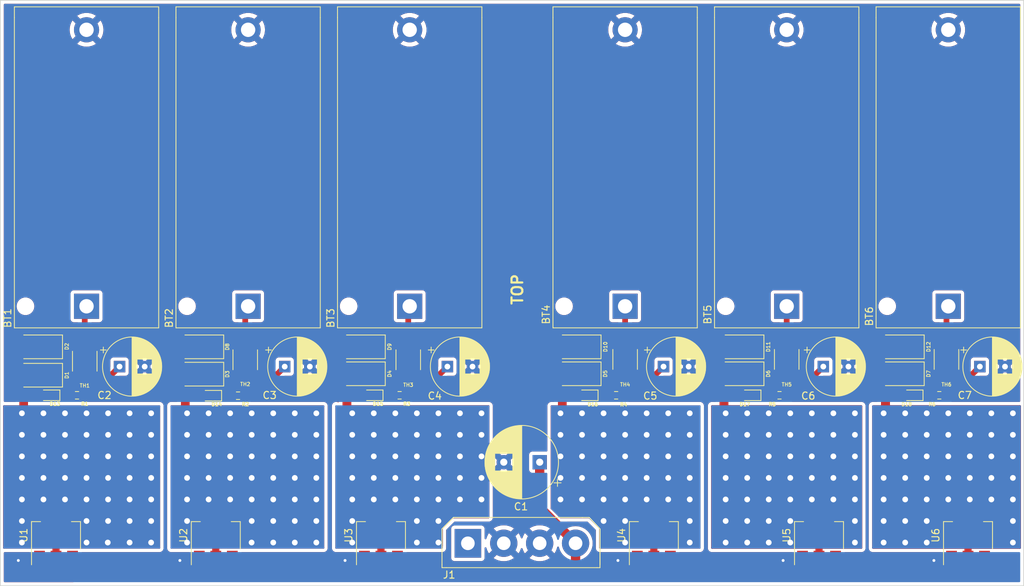
<source format=kicad_pcb>
(kicad_pcb (version 20211014) (generator pcbnew)
  (layers (0 "F.Cu" signal) (31 "B.Cu" signal) (34 "B.Paste" user) (35 "F.Paste" user) (36 "B.SilkS" user "B.Silkscreen") (37 "F.SilkS" user "F.Silkscreen") (38 "B.Mask" user) (39 "F.Mask" user) (44 "Edge.Cuts" user))
  (net 0 "")
  (net 1 "Net-(C2-Pad1)")
  (net 2 "GND")
  (net 3 "Net-(C3-Pad1)")
  (net 4 "Net-(C4-Pad1)")
  (net 5 "Net-(C5-Pad1)")
  (net 6 "Net-(C6-Pad1)")
  (net 7 "Net-(C7-Pad1)")
  (net 8 "5v 1A")
  (net 9 "Net-(BT1-PadP)")
  (net 10 "5v 2B")
  (net 11 "5v 3C")
  (net 12 "5v 4D")
  (net 13 "5v 5E")
  (net 14 "+12V")
  (net 16 "Net-(BT2-PadP)")
  (net 17 "Net-(BT3-PadP)")
  (net 18 "Net-(BT4-PadP)")
  (net 19 "Net-(BT5-PadP)")
  (net 20 "Net-(BT6-PadP)")
  (net 21 "5v 6F")
  (net 22 "Net-(D13-Pad1)")
  (net 23 "Net-(D14-Pad1)")
  (net 24 "Net-(D15-Pad1)")
  (net 25 "Net-(D16-Pad1)")
  (net 26 "Net-(D17-Pad1)")
  (net 27 "Net-(D18-Pad1)")
  (footprint "Capacitor_THT:CP_Radial_D8.0mm_P3.50mm" (layer "F.Cu") (at 214.4 108.5)
    (fp_text reference "C7")
    (fp_text value "470uF 16v")
  )
  (footprint "Package_TO_SOT_SMD:SOT-223-3_TabPin2" (layer "F.Cu") (at 85.75 132 90)
    (fp_text reference "U1")
    (fp_text value "AZ1117-5.0")
  )
  (footprint "Capacitor_THT:CP_Radial_D8.0mm_P3.50mm" (layer "F.Cu") (at 140.25 108.5)
    (fp_text reference "C4")
    (fp_text value "470uF 16v")
  )
  (footprint "Capacitor_THT:CP_Radial_D8.0mm_P3.50mm" (layer "F.Cu") (at 94.597349 108.5)
    (fp_text reference "C2")
    (fp_text value "470uF 16v")
  )
  (footprint "Resistor_SMD:R_1812_4532Metric" (layer "F.Cu") (at 89.75 107.75 90)
    (fp_text reference "TH1")
    (fp_text value "Thermistor_100mA")
  )
  (footprint "Package_TO_SOT_SMD:SOT-223-3_TabPin2" (layer "F.Cu") (at 192 132 90)
    (fp_text reference "U5")
    (fp_text value "AZ1117-5.0")
  )
  (footprint "LED_SMD:LED_0603_1608Metric" (layer "F.Cu") (at 129.8 112.5 180)
    (fp_text reference "D15")
    (fp_text value "LED")
  )
  (footprint "Resistor_SMD:R_1812_4532Metric" (layer "F.Cu") (at 134.8 107.55 90)
    (fp_text reference "TH3")
    (fp_text value "Thermistor_100mA")
  )
  (footprint "Diode_SMD:D_SMA" (layer "F.Cu") (at 83.25 109.7 180)
    (fp_text reference "D1")
    (fp_text value "US1D")
  )
  (footprint "Resistor_SMD:R_0603_1608Metric" (layer "F.Cu") (at 186.5 112.5 180)
    (fp_text reference "R5")
    (fp_text value "R")
  )
  (footprint "bateria:BatteryHolder_cr123a" (layer "F.Cu") (at 187.5 100.1 90)
    (fp_text reference "BT5")
    (fp_text value "BH123A")
  )
  (footprint "bateria:BatteryHolder_cr123a" (layer "F.Cu") (at 112.5 100.1 90)
    (fp_text reference "BT2")
    (fp_text value "BH123A")
  )
  (footprint "Package_TO_SOT_SMD:SOT-223-3_TabPin2" (layer "F.Cu") (at 169 132 90)
    (fp_text reference "U4")
    (fp_text value "AZ1117-5.0")
  )
  (footprint "Resistor_SMD:R_1812_4532Metric" (layer "F.Cu") (at 187.5 107.5 90)
    (fp_text reference "TH5")
    (fp_text value "Thermistor_100mA")
  )
  (footprint "Resistor_SMD:R_0603_1608Metric" (layer "F.Cu") (at 133.6 112.5 180)
    (fp_text reference "R3")
    (fp_text value "R")
  )
  (footprint "Diode_SMD:D_SMA" (layer "F.Cu") (at 158.25 109.5 180)
    (fp_text reference "D5")
    (fp_text value "US1D")
  )
  (footprint "Diode_SMD:D_SMA" (layer "F.Cu") (at 128.2 109.5 180)
    (fp_text reference "D4")
    (fp_text value "US1D")
  )
  (footprint "Capacitor_THT:CP_Radial_D10.0mm_P5.00mm" (layer "F.Cu") (at 153.103031 121.81 180)
    (fp_text reference "C1")
    (fp_text value "470uF 25v")
  )
  (footprint "bateria:BatteryHolder_cr123a" (layer "F.Cu") (at 210 100.1 90)
    (fp_text reference "BT6")
    (fp_text value "BH123A")
  )
  (footprint "Diode_SMD:D_SMA" (layer "F.Cu") (at 180.925 105.75 180)
    (fp_text reference "D11")
    (fp_text value "US1D")
  )
  (footprint "Diode_SMD:D_SMA" (layer "F.Cu") (at 105.7 105.75 180)
    (fp_text reference "D8")
    (fp_text value "US1D")
  )
  (footprint "Resistor_SMD:R_0603_1608Metric" (layer "F.Cu") (at 88.675 112.5 180)
    (fp_text reference "R1")
    (fp_text value "R")
  )
  (footprint "Diode_SMD:D_SMA" (layer "F.Cu") (at 203.25 105.75 180)
    (fp_text reference "D12")
    (fp_text value "US1D")
  )
  (footprint "Diode_SMD:D_SMA" (layer "F.Cu") (at 180.925 109.5 180)
    (fp_text reference "D6")
    (fp_text value "US1D")
  )
  (footprint "Diode_SMD:D_SMA" (layer "F.Cu") (at 83.25 105.75 180)
    (fp_text reference "D2")
    (fp_text value "US1D")
  )
  (footprint "Diode_SMD:D_SMA" (layer "F.Cu") (at 128.2 105.75 180)
    (fp_text reference "D9")
    (fp_text value "US1D")
  )
  (footprint "Resistor_SMD:R_1812_4532Metric" (layer "F.Cu") (at 209.75 107.5 90)
    (fp_text reference "TH6")
    (fp_text value "Thermistor_100mA")
  )
  (footprint "Capacitor_THT:CP_Radial_D8.0mm_P3.50mm" (layer "F.Cu") (at 192.597349 108.5)
    (fp_text reference "C6")
    (fp_text value "470uF 16v")
  )
  (footprint "LED_SMD:LED_0603_1608Metric" (layer "F.Cu") (at 182.425 112.5 180)
    (fp_text reference "D17")
    (fp_text value "LED")
  )
  (footprint "Diode_SMD:D_SMA" (layer "F.Cu") (at 203.25 109.5 180)
    (fp_text reference "D7")
    (fp_text value "US1D")
  )
  (footprint "Resistor_SMD:R_0603_1608Metric" (layer "F.Cu") (at 163.75 112.5 180)
    (fp_text reference "R4")
    (fp_text value "R")
  )
  (footprint "Diode_SMD:D_SMA" (layer "F.Cu") (at 105.7 109.55 180)
    (fp_text reference "D3")
    (fp_text value "US1D")
  )
  (footprint "Capacitor_THT:CP_Radial_D8.0mm_P3.50mm" (layer "F.Cu") (at 170.347349 108.5)
    (fp_text reference "C5")
    (fp_text value "470uF 16v")
  )
  (footprint "Resistor_SMD:R_0603_1608Metric" (layer "F.Cu") (at 111.1 112.55 180)
    (fp_text reference "R2")
    (fp_text value "R")
  )
  (footprint "LED_SMD:LED_0603_1608Metric" (layer "F.Cu") (at 107.325 112.55 180)
    (fp_text reference "D14")
    (fp_text value "LED")
  )
  (footprint "Package_TO_SOT_SMD:SOT-223-3_TabPin2" (layer "F.Cu") (at 131 132 90)
    (fp_text reference "U3")
    (fp_text value "AZ1117-5.0")
  )
  (footprint "Package_TO_SOT_SMD:SOT-223-3_TabPin2" (layer "F.Cu") (at 212.75 132 90)
    (fp_text reference "U6")
    (fp_text value "AZ1117-5.0")
  )
  (footprint "Capacitor_THT:CP_Radial_D8.0mm_P3.50mm" (layer "F.Cu") (at 117.597349 108.5)
    (fp_text reference "C3")
    (fp_text value "470uF 16v")
  )
  (footprint "LED_SMD:LED_0603_1608Metric" (layer "F.Cu") (at 84.8 112.5 180)
    (fp_text reference "D13")
    (fp_text value "LED")
  )
  (footprint "Resistor_SMD:R_0603_1608Metric" (layer "F.Cu") (at 208.75 112.5 180)
    (fp_text reference "R6")
    (fp_text value "R")
  )
  (footprint "Connector_Molex:Molex_Mini-Fit_Jr_5569-20A2_2x10_P4.20mm_Horizontal" (layer "F.Cu") (at 151 133)
    (fp_text reference "J1")
    (fp_text value "0015244449")
  )
  (footprint "Resistor_SMD:R_1812_4532Metric" (layer "F.Cu") (at 112.1 107.55 90)
    (fp_text reference "TH2")
    (fp_text value "Thermistor_100mA")
  )
  (footprint "Diode_SMD:D_SMA" (layer "F.Cu") (at 158.25 105.75 180)
    (fp_text reference "D10")
    (fp_text value "US1D")
  )
  (footprint "bateria:BatteryHolder_cr123a" (layer "F.Cu") (at 90 100.1 90)
    (fp_text reference "BT1")
    (fp_text value "BH123A")
  )
  (footprint "LED_SMD:LED_0603_1608Metric" (layer "F.Cu") (at 205 112.5 180)
    (fp_text reference "D18")
    (fp_text value "LED")
  )
  (footprint "LED_SMD:LED_0603_1608Metric" (layer "F.Cu") (at 159.75 112.5 180)
    (fp_text reference "D16")
    (fp_text value "LED")
  )
  (footprint "Resistor_SMD:R_1812_4532Metric" (layer "F.Cu") (at 165 107.5 90)
    (fp_text reference "TH4")
    (fp_text value "Thermistor_100mA")
  )
  (footprint "bateria:BatteryHolder_cr123a" (layer "F.Cu") (at 165 100.1 90)
    (fp_text reference "BT4")
    (fp_text value "BH123A")
  )
  (footprint "Package_TO_SOT_SMD:SOT-223-3_TabPin2" (layer "F.Cu") (at 108 132 90)
    (fp_text reference "U2")
    (fp_text value "AZ1117-5.0")
  )
  (footprint "bateria:BatteryHolder_cr123a" (layer "F.Cu") (at 135 100.1 90)
    (fp_text reference "BT3")
    (fp_text value "BH123A")
  )
  (gr_line (start 220.5 139) (end 78 139) (layer "Edge.Cuts") (width 0.1))
  (gr_line (start 78 57.5) (end 220.5 57.5) (layer "Edge.Cuts") (width 0.1))
  (gr_line (start 220.5 58) (end 220.5 57.5) (layer "Edge.Cuts") (width 0.1))
  (gr_line (start 220.5 58) (end 220.5 139) (layer "Edge.Cuts") (width 0.1))
  (gr_line (start 78 139) (end 78 57.5) (layer "Edge.Cuts") (width 0.1))
  (gr_text "TOP" (at 150 97.75 90) (layer "F.Cu") (effects (font (size 1.5 1.5) (thickness 0.3))))
  (gr_text "TOP" (at 150 97.75 90) (layer "F.SilkS") (effects (font (size 1.5 1.5) (thickness 0.3))))
  (segment (start 85.25 105.75) (end 85.25 109.7) (width 0.8) (layer "F.Cu") (net 1))
  (segment (start 89.75 109.8875) (end 93.209849 109.8875) (width 0.8) (layer "F.Cu") (net 1))
  (segment (start 93.209849 109.8875) (end 94.597349 108.5) (width 0.8) (layer "F.Cu") (net 1))
  (segment (start 89.75 109.8875) (end 85.4375 109.8875) (width 0.8) (layer "F.Cu") (net 1))
  (segment (start 94.16 109.09) (end 94.16 108.87) (width 0.25) (layer "F.Cu") (net 1))
  (segment (start 85.4375 109.8875) (end 85.25 109.7) (width 0.8) (layer "F.Cu") (net 1))
  (segment (start 173.65 109) (end 173.75 109) (width 0.25) (layer "F.Cu") (net 2))
  (via (at 126 135.5) (size 0.8) (drill 0.4) (layers "F.Cu" "B.Cu") (net 2))
  (via (at 80.5 135.5) (size 0.8) (drill 0.4) (layers "F.Cu" "B.Cu") (net 2))
  (via (at 208 135.5) (size 0.8) (drill 0.4) (layers "F.Cu" "B.Cu") (net 2))
  (via (at 103 135.5) (size 0.8) (drill 0.4) (layers "F.Cu" "B.Cu") (net 2))
  (via (at 187 135.5) (size 0.8) (drill 0.4) (layers "F.Cu" "B.Cu") (net 2))
  (via (at 164 135.5) (size 0.8) (drill 0.4) (layers "F.Cu" "B.Cu") (net 2))
  (segment (start 112.1 109.6875) (end 107.8375 109.6875) (width 0.8) (layer "F.Cu") (net 3))
  (segment (start 107.8375 109.6875) (end 107.7 109.55) (width 0.8) (layer "F.Cu") (net 3))
  (segment (start 107.7 105.75) (end 107.7 109.55) (width 0.8) (layer "F.Cu") (net 3))
  (segment (start 112.1 109.6875) (end 116.409849 109.6875) (width 0.8) (layer "F.Cu") (net 3))
  (segment (start 116.409849 109.6875) (end 117.597349 108.5) (width 0.8) (layer "F.Cu") (net 3))
  (segment (start 134.8 109.6875) (end 139.0625 109.6875) (width 0.8) (layer "F.Cu") (net 4))
  (segment (start 130.2 105.75) (end 130.2 109.5) (width 0.8) (layer "F.Cu") (net 4))
  (segment (start 130.3875 109.6875) (end 130.2 109.5) (width 0.8) (layer "F.Cu") (net 4))
  (segment (start 139.0625 109.6875) (end 140.25 108.5) (width 0.8) (layer "F.Cu") (net 4))
  (segment (start 134.8 109.6875) (end 130.3875 109.6875) (width 0.8) (layer "F.Cu") (net 4))
  (segment (start 160.3875 109.6375) (end 160.25 109.5) (width 0.8) (layer "F.Cu") (net 5))
  (segment (start 160.25 105.75) (end 160.25 109.5) (width 0.8) (layer "F.Cu") (net 5))
  (segment (start 165 109.6375) (end 160.3875 109.6375) (width 0.8) (layer "F.Cu") (net 5))
  (segment (start 165 109.6375) (end 169.209849 109.6375) (width 0.8) (layer "F.Cu") (net 5))
  (segment (start 169.209849 109.6375) (end 170.347349 108.5) (width 0.8) (layer "F.Cu") (net 5))
  (segment (start 191.459849 109.6375) (end 192.597349 108.5) (width 0.8) (layer "F.Cu") (net 6))
  (segment (start 183.0625 109.6375) (end 182.925 109.5) (width 0.8) (layer "F.Cu") (net 6))
  (segment (start 187.5 109.6375) (end 183.0625 109.6375) (width 0.8) (layer "F.Cu") (net 6))
  (segment (start 182.925 105.75) (end 182.925 109.5) (width 0.8) (layer "F.Cu") (net 6))
  (segment (start 187.5 109.6375) (end 191.459849 109.6375) (width 0.8) (layer "F.Cu") (net 6))
  (segment (start 213.2625 109.6375) (end 214.4 108.5) (width 0.8) (layer "F.Cu") (net 7))
  (segment (start 205.3875 109.6375) (end 205.25 109.5) (width 0.8) (layer "F.Cu") (net 7))
  (segment (start 209.75 109.6375) (end 205.3875 109.6375) (width 0.8) (layer "F.Cu") (net 7))
  (segment (start 214.597349 108.540151) (end 214.597349 108.3875) (width 0.25) (layer "F.Cu") (net 7))
  (segment (start 205.25 105.75) (end 205.25 109.5) (width 0.8) (layer "F.Cu") (net 7))
  (segment (start 209.75 109.6375) (end 213.2625 109.6375) (width 0.8) (layer "F.Cu") (net 7))
  (segment (start 80.75 114) (end 80.75 109.5) (width 0.2) (layer "F.Cu") (net 8))
  (segment (start 78.5 114) (end 80.75 114) (width 0.2) (layer "F.Cu") (net 8))
  (segment (start 80.75 109.5) (end 81.75 109.5) (width 0.2) (layer "F.Cu") (net 8))
  (segment (start 84.25 112.75) (end 81.75 112.75) (width 0.2) (layer "F.Cu") (net 8))
  (segment (start 100.15 133.75) (end 78.5 133.75) (width 0.2) (layer "F.Cu") (net 8))
  (segment (start 100.15 114) (end 100.15 133.75) (width 0.2) (layer "F.Cu") (net 8))
  (segment (start 81.75 114) (end 100.15 114) (width 0.2) (layer "F.Cu") (net 8))
  (segment (start 81.75 112.25) (end 84.25 112.25) (width 0.2) (layer "F.Cu") (net 8))
  (segment (start 85.75 135.15) (end 85.75 128.85) (width 1) (layer "F.Cu") (net 8))
  (segment (start 84.25 112.75) (end 81.75 112.75) (width 0.2) (layer "F.Cu") (net 8))
  (segment (start 81.75 112.25) (end 84.25 112.25) (width 0.2) (layer "F.Cu") (net 8))
  (segment (start 84.25 112.25) (end 84.25 112.75) (width 0.2) (layer "F.Cu") (net 8))
  (segment (start 80.75 109.5) (end 81.75 109.5) (width 0.2) (layer "F.Cu") (net 8))
  (segment (start 81.75 112.75) (end 81.75 114) (width 0.2) (layer "F.Cu") (net 8))
  (segment (start 81.75 109.5) (end 81.75 112.25) (width 0.2) (layer "F.Cu") (net 8))
  (segment (start 81.75 109.5) (end 81.75 112.25) (width 0.2) (layer "F.Cu") (net 8))
  (segment (start 78.5 133.5) (end 78.5 114) (width 0.2) (layer "F.Cu") (net 8))
  (segment (start 78.5 133.75) (end 78.5 114) (width 0.2) (layer "F.Cu") (net 8))
  (segment (start 84.25 112.25) (end 84.25 112.75) (width 0.2) (layer "F.Cu") (net 8))
  (segment (start 81.75 112.75) (end 81.75 114) (width 0.2) (layer "F.Cu") (net 8))
  (segment (start 80.75 114) (end 80.75 109.5) (width 0.2) (layer "F.Cu") (net 8))
  (segment (start 78.5 114) (end 80.75 114) (width 0.2) (layer "F.Cu") (net 8))
  (via (at 96 124) (size 1) (drill 0.8) (layers "F.Cu" "B.Cu") (net 8))
  (via (at 90 127) (size 1) (drill 0.8) (layers "F.Cu" "B.Cu") (net 8))
  (via (at 87 121) (size 1) (drill 0.8) (layers "F.Cu" "B.Cu") (net 8))
  (via (at 81 115) (size 1) (drill 0.8) (layers "F.Cu" "B.Cu") (net 8))
  (via (at 96 133) (size 1) (drill 0.8) (layers "F.Cu" "B.Cu") (net 8))
  (via (at 99 124) (size 1) (drill 0.8) (layers "F.Cu" "B.Cu") (net 8))
  (via (at 99 115) (size 1) (drill 0.8) (layers "F.Cu" "B.Cu") (net 8))
  (via (at 96 115) (size 1) (drill 0.8) (layers "F.Cu" "B.Cu") (net 8))
  (via (at 81 127) (size 1) (drill 0.8) (layers "F.Cu" "B.Cu") (net 8))
  (via (at 93 121) (size 1) (drill 0.8) (layers "F.Cu" "B.Cu") (net 8))
  (via (at 87 127) (size 1) (drill 0.8) (layers "F.Cu" "B.Cu") (net 8))
  (via (at 84 118) (size 1) (drill 0.8) (layers "F.Cu" "B.Cu") (net 8))
  (via (at 98.994158 132.999999) (size 1) (drill 0.8) (layers "F.Cu" "B.Cu") (net 8))
  (via (at 90 121) (size 1) (drill 0.8) (layers "F.Cu" "B.Cu") (net 8))
  (via (at 93 130) (size 1) (drill 0.8) (layers "F.Cu" "B.Cu") (net 8))
  (via (at 81 118) (size 1) (drill 0.8) (layers "F.Cu" "B.Cu") (net 8))
  (via (at 93 115) (size 1) (drill 0.8) (layers "F.Cu" "B.Cu") (net 8))
  (via (at 90 115) (size 1) (drill 0.8) (layers "F.Cu" "B.Cu") (net 8))
  (via (at 84 121) (size 1) (drill 0.8) (layers "F.Cu" "B.Cu") (net 8))
  (via (at 87 124) (size 1) (drill 0.8) (layers "F.Cu" "B.Cu") (net 8))
  (via (at 99 118) (size 1) (drill 0.8) (layers "F.Cu" "B.Cu") (net 8))
  (via (at 81 124) (size 1) (drill 0.8) (layers "F.Cu" "B.Cu") (net 8))
  (via (at 96 118) (size 1) (drill 0.8) (layers "F.Cu" "B.Cu") (net 8))
  (via (at 81 121) (size 1) (drill 0.8) (layers "F.Cu" "B.Cu") (net 8))
  (via (at 87 115) (size 1) (drill 0.8) (layers "F.Cu" "B.Cu") (net 8))
  (via (at 84 127) (size 1) (drill 0.8) (layers "F.Cu" "B.Cu") (net 8))
  (via (at 99 121) (size 1) (drill 0.8) (layers "F.Cu" "B.Cu") (net 8))
  (via (at 90 133) (size 1) (drill 0.8) (layers "F.Cu" "B.Cu") (net 8))
  (via (at 96 121) (size 1) (drill 0.8) (layers "F.Cu" "B.Cu") (net 8))
  (via (at 84 124) (size 1) (drill 0.8) (layers "F.Cu" "B.Cu") (net 8))
  (via (at 87 118) (size 1) (drill 0.8) (layers "F.Cu" "B.Cu") (net 8))
  (via (at 99 130) (size 1) (drill 0.8) (layers "F.Cu" "B.Cu") (net 8))
  (via (at 93 127) (size 1) (drill 0.8) (layers "F.Cu" "B.Cu") (net 8))
  (via (at 90 130) (size 1) (drill 0.8) (layers "F.Cu" "B.Cu") (net 8))
  (via (at 96 127) (size 1) (drill 0.8) (layers "F.Cu" "B.Cu") (net 8))
  (via (at 81 130) (size 1) (drill 0.8) (layers "F.Cu" "B.Cu") (net 8))
  (via (at 90 124) (size 1) (drill 0.8) (layers "F.Cu" "B.Cu") (net 8))
  (via (at 90 118) (size 1) (drill 0.8) (layers "F.Cu" "B.Cu") (net 8))
  (via (at 99 127) (size 1) (drill 0.8) (layers "F.Cu" "B.Cu") (net 8))
  (via (at 81 133) (size 1) (drill 0.8) (layers "F.Cu" "B.Cu") (net 8))
  (via (at 92.956109 132.999999) (size 1) (drill 0.8) (layers "F.Cu" "B.Cu") (net 8))
  (via (at 96 130) (size 1) (drill 0.8) (layers "F.Cu" "B.Cu") (net 8))
  (via (at 93 118) (size 1) (drill 0.8) (layers "F.Cu" "B.Cu") (net 8))
  (via (at 84 115) (size 1) (drill 0.8) (layers "F.Cu" "B.Cu") (net 8))
  (via (at 93 124) (size 1) (drill 0.8) (layers "F.Cu" "B.Cu") (net 8))
  (segment (start 78.5 114) (end 100.15 114) (width 0.2) (layer "B.Cu") (net 8))
  (segment (start 78.5 133.75) (end 78.5 114) (width 0.2) (layer "B.Cu") (net 8))
  (segment (start 100.15 133.75) (end 78.5 133.75) (width 0.2) (layer "B.Cu") (net 8))
  (segment (start 100.15 114) (end 100.15 133.75) (width 0.2) (layer "B.Cu") (net 8))
  (segment (start 89.75 105.6125) (end 89.75 100.35) (width 0.8) (layer "F.Cu") (net 9))
  (segment (start 89.75 100.35) (end 90 100.1) (width 0.8) (layer "F.Cu") (net 9))
  (segment (start 104.25 112.75) (end 104.25 114) (width 0.2) (layer "F.Cu") (net 10))
  (segment (start 101.8 114) (end 103.25 114) (width 0.2) (layer "F.Cu") (net 10))
  (segment (start 103.25 114) (end 103.25 109.25) (width 0.2) (layer "F.Cu") (net 10))
  (segment (start 104.25 109.25) (end 104.25 112.25) (width 0.2) (layer "F.Cu") (net 10))
  (segment (start 104.25 114) (end 123 114) (width 0.2) (layer "F.Cu") (net 10))
  (segment (start 103.25 109.25) (end 104.25 109.25) (width 0.2) (layer "F.Cu") (net 10))
  (segment (start 106.75 112.75) (end 104.25 112.75) (width 0.2) (layer "F.Cu") (net 10))
  (segment (start 103.25 114) (end 103.25 109.25) (width 0.2) (layer "F.Cu") (net 10))
  (segment (start 106.75 112.25) (end 106.75 112.75) (width 0.2) (layer "F.Cu") (net 10))
  (segment (start 123 114) (end 123 133.75) (width 0.2) (layer "F.Cu") (net 10))
  (segment (start 101.8 114) (end 103.25 114) (width 0.2) (layer "F.Cu") (net 10))
  (segment (start 101.8 133.75) (end 101.8 114) (width 0.2) (layer "F.Cu") (net 10))
  (segment (start 104.25 112.25) (end 106.75 112.25) (width 0.2) (layer "F.Cu") (net 10))
  (segment (start 106.75 112.75) (end 104.25 112.75) (width 0.2) (layer "F.Cu") (net 10))
  (segment (start 123 133.75) (end 101.8 133.75) (width 0.2) (layer "F.Cu") (net 10))
  (segment (start 104.25 112.75) (end 104.25 114) (width 0.2) (layer "F.Cu") (net 10))
  (segment (start 104.25 109.25) (end 104.25 112.25) (width 0.2) (layer "F.Cu") (net 10))
  (segment (start 104.25 112.25) (end 106.75 112.25) (width 0.2) (layer "F.Cu") (net 10))
  (segment (start 106.75 112.25) (end 106.75 112.75) (width 0.2) (layer "F.Cu") (net 10))
  (segment (start 108 135.15) (end 108 128.85) (width 1) (layer "F.Cu") (net 10))
  (segment (start 103.25 109.25) (end 104.25 109.25) (width 0.2) (layer "F.Cu") (net 10))
  (segment (start 122.95 114) (end 104.25 114) (width 0.2) (layer "F.Cu") (net 10))
  (via (at 104 124) (size 1) (drill 0.8) (layers "F.Cu" "B.Cu") (net 10))
  (via (at 116 124) (size 1) (drill 0.8) (layers "F.Cu" "B.Cu") (net 10))
  (via (at 110 127) (size 1) (drill 0.8) (layers "F.Cu" "B.Cu") (net 10))
  (via (at 116 127) (size 1) (drill 0.8) (layers "F.Cu" "B.Cu") (net 10))
  (via (at 107 127) (size 1) (drill 0.8) (layers "F.Cu" "B.Cu") (net 10))
  (via (at 122 121) (size 1) (drill 0.8) (layers "F.Cu" "B.Cu") (net 10))
  (via (at 113 130) (size 1) (drill 0.8) (layers "F.Cu" "B.Cu") (net 10))
  (via (at 113 118) (size 1) (drill 0.8) (layers "F.Cu" "B.Cu") (net 10))
  (via (at 122 124) (size 1) (drill 0.8) (layers "F.Cu" "B.Cu") (net 10))
  (via (at 110 118) (size 1) (drill 0.8) (layers "F.Cu" "B.Cu") (net 10))
  (via (at 110 115) (size 1) (drill 0.8) (layers "F.Cu" "B.Cu") (net 10))
  (via (at 119 130) (size 1) (drill 0.8) (layers "F.Cu" "B.Cu") (net 10))
  (via (at 116 133) (size 1) (drill 0.8) (layers "F.Cu" "B.Cu") (net 10))
  (via (at 110 121) (size 1) (drill 0.8) (layers "F.Cu" "B.Cu") (net 10))
  (via (at 107 124) (size 1) (drill 0.8) (layers "F.Cu" "B.Cu") (net 10))
  (via (at 104 133) (size 1) (drill 0.8) (layers "F.Cu" "B.Cu") (net 10))
  (via (at 104 115) (size 1) (drill 0.8) (layers "F.Cu" "B.Cu") (net 10))
  (via (at 104 121) (size 1) (drill 0.8) (layers "F.Cu" "B.Cu") (net 10))
  (via (at 116 121) (size 1) (drill 0.8) (layers "F.Cu" "B.Cu") (net 10))
  (via (at 119 124) (size 1) (drill 0.8) (layers "F.Cu" "B.Cu") (net 10))
  (via (at 116 130) (size 1) (drill 0.8) (layers "F.Cu" "B.Cu") (net 10))
  (via (at 122 115) (size 1) (drill 0.8) (layers "F.Cu" "B.Cu") (net 10))
  (via (at 113 115) (size 1) (drill 0.8) (layers "F.Cu" "B.Cu") (net 10))
  (via (at 104 127) (size 1) (drill 0.8) (layers "F.Cu" "B.Cu") (net 10))
  (via (at 119 127) (size 1) (drill 0.8) (layers "F.Cu" "B.Cu") (net 10))
  (via (at 119 121) (size 1) (drill 0.8) (layers "F.Cu" "B.Cu") (net 10))
  (via (at 122 118) (size 1) (drill 0.8) (layers "F.Cu" "B.Cu") (net 10))
  (via (at 110 124) (size 1) (drill 0.8) (layers "F.Cu" "B.Cu") (net 10))
  (via (at 113 127) (size 1) (drill 0.8) (layers "F.Cu" "B.Cu") (net 10))
  (via (at 122 130) (size 1) (drill 0.8) (layers "F.Cu" "B.Cu") (net 10))
  (via (at 107 121) (size 1) (drill 0.8) (layers "F.Cu" "B.Cu") (net 10))
  (via (at 104 118) (size 1) (drill 0.8) (layers "F.Cu" "B.Cu") (net 10))
  (via (at 116 118) (size 1) (drill 0.8) (layers "F.Cu" "B.Cu") (net 10))
  (via (at 107 118) (size 1) (drill 0.8) (layers "F.Cu" "B.Cu") (net 10))
  (via (at 116 115) (size 1) (drill 0.8) (layers "F.Cu" "B.Cu") (net 10))
  (via (at 113 124) (size 1) (drill 0.8) (layers "F.Cu" "B.Cu") (net 10))
  (via (at 112.986787 133) (size 1) (drill 0.8) (layers "F.Cu" "B.Cu") (net 10))
  (via (at 122 127) (size 1) (drill 0.8) (layers "F.Cu" "B.Cu") (net 10))
  (via (at 122 133) (size 1) (drill 0.8) (layers "F.Cu" "B.Cu") (net 10))
  (via (at 119 118) (size 1) (drill 0.8) (layers "F.Cu" "B.Cu") (net 10))
  (via (at 107 115) (size 1) (drill 0.8) (layers "F.Cu" "B.Cu") (net 10))
  (via (at 119 115) (size 1) (drill 0.8) (layers "F.Cu" "B.Cu") (net 10))
  (via (at 113 121) (size 1) (drill 0.8) (layers "F.Cu" "B.Cu") (net 10))
  (via (at 104 130) (size 1) (drill 0.8) (layers "F.Cu" "B.Cu") (net 10))
  (via (at 119 133) (size 1) (drill 0.8) (layers "F.Cu" "B.Cu") (net 10))
  (segment (start 123 133.75) (end 101.8 133.75) (width 0.2) (layer "B.Cu") (net 10))
  (segment (start 101.8 133.75) (end 101.8 114) (width 0.2) (layer "B.Cu") (net 10))
  (segment (start 123 114) (end 123 133.75) (width 0.2) (layer "B.Cu") (net 10))
  (segment (start 101.8 114) (end 123 114) (width 0.2) (layer "B.Cu") (net 10))
  (segment (start 146 129.5) (end 141 129.5) (width 0.2) (layer "F.Cu") (net 11))
  (segment (start 141 129.5) (end 139.5 131) (width 0.2) (layer "F.Cu") (net 11))
  (segment (start 129.25 112.25) (end 129.25 112.75) (width 0.2) (layer "F.Cu") (net 11))
  (segment (start 139.5 131) (end 139.5 133.75) (width 0.2) (layer "F.Cu") (net 11))
  (segment (start 129.25 112.25) (end 129.25 112.75) (width 0.2) (layer "F.Cu") (net 11))
  (segment (start 146 114) (end 146 129.5) (width 0.2) (layer "F.Cu") (net 11))
  (segment (start 129.25 112.75) (end 126.75 112.75) (width 0.2) (layer "F.Cu") (net 11))
  (segment (start 141 129.5) (end 139.5 131) (width 0.2) (layer "F.Cu") (net 11))
  (segment (start 139.5 131) (end 139.5 133.5) (width 0.2) (layer "F.Cu") (net 11))
  (segment (start 126.75 112.25) (end 129.25 112.25) (width 0.2) (layer "F.Cu") (net 11))
  (segment (start 125.75 109.25) (end 126.75 109.25) (width 0.2) (layer "F.Cu") (net 11))
  (segment (start 126.75 109.25) (end 126.75 112.25) (width 0.2) (layer "F.Cu") (net 11))
  (segment (start 126.75 112.75) (end 126.75 114) (width 0.2) (layer "F.Cu") (net 11))
  (segment (start 146 114) (end 146 129.5) (width 0.2) (layer "F.Cu") (net 11))
  (segment (start 146 129.5) (end 141 129.5) (width 0.2) (layer "F.Cu") (net 11))
  (segment (start 129.25 112.75) (end 126.75 112.75) (width 0.2) (layer "F.Cu") (net 11))
  (segment (start 126.75 112.75) (end 126.75 114) (width 0.2) (layer "F.Cu") (net 11))
  (segment (start 125.75 114) (end 125.75 109.25) (width 0.2) (layer "F.Cu") (net 11))
  (segment (start 146 129.5) (end 141 129.5) (width 0.2) (layer "F.Cu") (net 11))
  (segment (start 146 129.5) (end 141 129.5) (width 0.2) (layer "F.Cu") (net 11))
  (segment (start 146 114) (end 146 129.5) (width 0.2) (layer "F.Cu") (net 11))
  (segment (start 125.75 114) (end 125.75 109.25) (width 0.2) (layer "F.Cu") (net 11))
  (segment (start 146 114) (end 146 129.5) (width 0.2) (layer "F.Cu") (net 11))
  (segment (start 125.75 114) (end 125.75 109.25) (width 0.2) (layer "F.Cu") (net 11))
  (segment (start 139.5 131) (end 139.5 133.5) (width 0.2) (layer "F.Cu") (net 11))
  (segment (start 124.75 133.75) (end 124.75 114) (width 0.2) (layer "F.Cu") (net 11))
  (segment (start 126.75 114) (end 146 114) (width 0.2) (layer "F.Cu") (net 11))
  (segment (start 129.25 112.75) (end 126.75 112.75) (width 0.2) (layer "F.Cu") (net 11))
  (segment (start 141 129.5) (end 139.5 131) (width 0.2) (layer "F.Cu") (net 11))
  (segment (start 126.75 109.25) (end 126.75 112.25) (width 0.2) (layer "F.Cu") (net 11))
  (segment (start 125.75 109.25) (end 126.75 109.25) (width 0.2) (layer "F.Cu") (net 11))
  (segment (start 126.75 114) (end 146 114) (width 0.2) (layer "F.Cu") (net 11))
  (segment (start 126.75 109.25) (end 126.75 112.25) (width 0.2) (layer "F.Cu") (net 11))
  (segment (start 131 135.15) (end 131 128.85) (width 1) (layer "F.Cu") (net 11))
  (segment (start 139.5 131) (end 139.5 133.5) (width 0.2) (layer "F.Cu") (net 11))
  (segment (start 126.75 112.25) (end 129.25 112.25) (width 0.2) (layer "F.Cu") (net 11))
  (segment (start 125.75 109.25) (end 126.75 109.25) (width 0.2) (layer "F.Cu") (net 11))
  (segment (start 129.25 112.25) (end 129.25 112.75) (width 0.2) (layer "F.Cu") (net 11))
  (segment (start 126.75 112.25) (end 129.25 112.25) (width 0.2) (layer "F.Cu") (net 11))
  (segment (start 126.75 114) (end 146 114) (width 0.2) (layer "F.Cu") (net 11))
  (segment (start 141 129.5) (end 139.5 131) (width 0.2) (layer "F.Cu") (net 11))
  (segment (start 126.75 112.75) (end 126.75 114) (width 0.2) (layer "F.Cu") (net 11))
  (segment (start 139.5 133.75) (end 124.75 133.75) (width 0.2) (layer "F.Cu") (net 11))
  (via (at 139 127) (size 1) (drill 0.8) (layers "F.Cu" "B.Cu") (net 11))
  (via (at 127 127) (size 1) (drill 0.8) (layers "F.Cu" "B.Cu") (net 11))
  (via (at 145 115) (size 1) (drill 0.8) (layers "F.Cu" "B.Cu") (net 11))
  (via (at 127 115) (size 1) (drill 0.8) (layers "F.Cu" "B.Cu") (net 11))
  (via (at 142 127) (size 1) (drill 0.8) (layers "F.Cu" "B.Cu") (net 11))
  (via (at 142 124) (size 1) (drill 0.8) (layers "F.Cu" "B.Cu") (net 11))
  (via (at 142 115) (size 1) (drill 0.8) (layers "F.Cu" "B.Cu") (net 11))
  (via (at 133 127) (size 1) (drill 0.8) (layers "F.Cu" "B.Cu") (net 11))
  (via (at 127 130) (size 1) (drill 0.8) (layers "F.Cu" "B.Cu") (net 11))
  (via (at 136 115) (size 1) (drill 0.8) (layers "F.Cu" "B.Cu") (net 11))
  (via (at 130 115) (size 1) (drill 0.8) (layers "F.Cu" "B.Cu") (net 11))
  (via (at 130 124) (size 1) (drill 0.8) (layers "F.Cu" "B.Cu") (net 11))
  (via (at 136 124) (size 1) (drill 0.8) (layers "F.Cu" "B.Cu") (net 11))
  (via (at 139 124) (size 1) (drill 0.8) (layers "F.Cu" "B.Cu") (net 11))
  (via (at 127 133) (size 1) (drill 0.8) (layers "F.Cu" "B.Cu") (net 11))
  (via (at 139 130) (size 1) (drill 0.8) (layers "F.Cu" "B.Cu") (net 11))
  (via (at 145 124) (size 1) (drill 0.8) (layers "F.Cu" "B.Cu") (net 11))
  (via (at 127 121) (size 1) (drill 0.8) (layers "F.Cu" "B.Cu") (net 11))
  (via (at 136 121) (size 1) (drill 0.8) (layers "F.Cu" "B.Cu") (net 11))
  (via (at 127 124) (size 1) (drill 0.8) (layers "F.Cu" "B.Cu") (net 11))
  (via (at 142 118) (size 1) (drill 0.8) (layers "F.Cu" "B.Cu") (net 11))
  (via (at 136 133) (size 1) (drill 0.8) (layers "F.Cu" "B.Cu") (net 11))
  (via (at 133 118) (size 1) (drill 0.8) (layers "F.Cu" "B.Cu") (net 11))
  (via (at 136 118) (size 1) (drill 0.8) (layers "F.Cu" "B.Cu") (net 11))
  (via (at 136 127) (size 1) (drill 0.8) (layers "F.Cu" "B.Cu") (net 11))
  (via (at 139 133) (size 1) (drill 0.8) (layers "F.Cu" "B.Cu") (net 11))
  (via (at 139 118) (size 1) (drill 0.8) (layers "F.Cu" "B.Cu") (net 11))
  (via (at 127 118) (size 1) (drill 0.8) (layers "F.Cu" "B.Cu") (net 11))
  (via (at 133 124) (size 1) (drill 0.8) (layers "F.Cu" "B.Cu") (net 11))
  (via (at 130 127) (size 1) (drill 0.8) (layers "F.Cu" "B.Cu") (net 11))
  (via (at 130 121) (size 1) (drill 0.8) (layers "F.Cu" "B.Cu") (net 11))
  (via (at 136 130) (size 1) (drill 0.8) (layers "F.Cu" "B.Cu") (net 11))
  (via (at 133 121) (size 1) (drill 0.8) (layers "F.Cu" "B.Cu") (net 11))
  (via (at 142 121) (size 1) (drill 0.8) (layers "F.Cu" "B.Cu") (net 11))
  (via (at 145 127) (size 1) (drill 0.8) (layers "F.Cu" "B.Cu") (net 11))
  (via (at 145 118) (size 1) (drill 0.8) (layers "F.Cu" "B.Cu") (net 11))
  (via (at 139 115) (size 1) (drill 0.8) (layers "F.Cu" "B.Cu") (net 11))
  (via (at 130 118) (size 1) (drill 0.8) (layers "F.Cu" "B.Cu") (net 11))
  (via (at 133 115) (size 1) (drill 0.8) (layers "F.Cu" "B.Cu") (net 11))
  (via (at 139 121) (size 1) (drill 0.8) (layers "F.Cu" "B.Cu") (net 11))
  (via (at 145 121) (size 1) (drill 0.8) (layers "F.Cu" "B.Cu") (net 11))
  (segment (start 139.5 131) (end 139.5 133.75) (width 0.2) (layer "B.Cu") (net 11))
  (segment (start 124.75 114) (end 146 114) (width 0.2) (layer "B.Cu") (net 11))
  (segment (start 146 114) (end 146 129.5) (width 0.2) (layer "B.Cu") (net 11))
  (segment (start 141 129.5) (end 139.5 131) (width 0.2) (layer "B.Cu") (net 11))
  (segment (start 146 129.5) (end 141 129.5) (width 0.2) (layer "B.Cu") (net 11))
  (segment (start 139.5 133.75) (end 124.75 133.75) (width 0.2) (layer "B.Cu") (net 11))
  (segment (start 124.75 133.75) (end 124.75 114) (width 0.2) (layer "B.Cu") (net 11))
  (segment (start 161.5 133.75) (end 161.5 131) (width 0.2) (layer "F.Cu") (net 12))
  (segment (start 161.5 133.75) (end 161.5 131) (width 0.2) (layer "F.Cu") (net 12))
  (segment (start 156 129.5) (end 154.75 128.25) (width 0.2) (layer "F.Cu") (net 12))
  (segment (start 159.25 112.75) (end 156.75 112.75) (width 0.2) (layer "F.Cu") (net 12))
  (segment (start 156 129.5) (end 154.75 128.25) (width 0.2) (layer "F.Cu") (net 12))
  (segment (start 159.25 112.75) (end 156.75 112.75) (width 0.2) (layer "F.Cu") (net 12))
  (segment (start 160 129.5) (end 156 129.5) (width 0.2) (layer "F.Cu") (net 12))
  (segment (start 159.25 112.25) (end 159.25 112.75) (width 0.2) (layer "F.Cu") (net 12))
  (segment (start 156.75 109.25) (end 156.75 112.25) (width 0.2) (layer "F.Cu") (net 12))
  (segment (start 155.75 109.25) (end 156.75 109.25) (width 0.2) (layer "F.Cu") (net 12))
  (segment (start 155.75 109.25) (end 156.75 109.25) (width 0.2) (layer "F.Cu") (net 12))
  (segment (start 161.5 131) (end 160 129.5) (width 0.2) (layer "F.Cu") (net 12))
  (segment (start 156.75 112.75) (end 156.75 114) (width 0.2) (layer "F.Cu") (net 12))
  (segment (start 161.5 131) (end 160 129.5) (width 0.2) (layer "F.Cu") (net 12))
  (segment (start 154.75 128.25) (end 154.75 114) (width 0.2) (layer "F.Cu") (net 12))
  (segment (start 155.75 114) (end 155.75 109.25) (width 0.2) (layer "F.Cu") (net 12))
  (segment (start 156.75 112.25) (end 159.25 112.25) (width 0.2) (layer "F.Cu") (net 12))
  (segment (start 169 135.15) (end 169 128.85) (width 1) (layer "F.Cu") (net 12))
  (segment (start 154.75 114) (end 155.75 114) (width 0.2) (layer "F.Cu") (net 12))
  (segment (start 160 129.5) (end 156 129.5) (width 0.2) (layer "F.Cu") (net 12))
  (segment (start 156.75 112.25) (end 159.25 112.25) (width 0.2) (layer "F.Cu") (net 12))
  (segment (start 156.75 109.25) (end 156.75 112.25) (width 0.2) (layer "F.Cu") (net 12))
  (segment (start 155.75 114) (end 155.75 109.25) (width 0.2) (layer "F.Cu") (net 12))
  (segment (start 175.4 114) (end 175.4 133.75) (width 0.2) (layer "F.Cu") (net 12))
  (segment (start 154.75 128.25) (end 154.75 114) (width 0.2) (layer "F.Cu") (net 12))
  (segment (start 156.75 112.75) (end 156.75 114) (width 0.2) (layer "F.Cu") (net 12))
  (segment (start 156.75 114) (end 175.4 114) (width 0.2) (layer "F.Cu") (net 12))
  (segment (start 159.25 112.25) (end 159.25 112.75) (width 0.2) (layer "F.Cu") (net 12))
  (segment (start 175.4 133.75) (end 161.5 133.75) (width 0.2) (layer "F.Cu") (net 12))
  (segment (start 154.75 114) (end 155.75 114) (width 0.2) (layer "F.Cu") (net 12))
  (via (at 162 130) (size 1) (drill 0.8) (layers "F.Cu" "B.Cu") (net 12))
  (via (at 174 118) (size 1) (drill 0.8) (layers "F.Cu" "B.Cu") (net 12))
  (via (at 168 127) (size 1) (drill 0.8) (layers "F.Cu" "B.Cu") (net 12))
  (via (at 162 127) (size 1) (drill 0.8) (layers "F.Cu" "B.Cu") (net 12))
  (via (at 162 118) (size 1) (drill 0.8) (layers "F.Cu" "B.Cu") (net 12))
  (via (at 165 121) (size 1) (drill 0.8) (layers "F.Cu" "B.Cu") (net 12))
  (via (at 174 133) (size 1) (drill 0.8) (layers "F.Cu" "B.Cu") (net 12))
  (via (at 174 121) (size 1) (drill 0.8) (layers "F.Cu" "B.Cu") (net 12))
  (via (at 171 118) (size 1) (drill 0.8) (layers "F.Cu" "B.Cu") (net 12))
  (via (at 159 127) (size 1) (drill 0.8) (layers "F.Cu" "B.Cu") (net 12))
  (via (at 171 115) (size 1) (drill 0.8) (layers "F.Cu" "B.Cu") (net 12))
  (via (at 165 118) (size 1) (drill 0.8) (layers "F.Cu" "B.Cu") (net 12))
  (via (at 168 121) (size 1) (drill 0.8) (layers "F.Cu" "B.Cu") (net 12))
  (via (at 171 124) (size 1) (drill 0.8) (layers "F.Cu" "B.Cu") (net 12))
  (via (at 159 115) (size 1) (drill 0.8) (layers "F.Cu" "B.Cu") (net 12))
  (via (at 165 133) (size 1) (drill 0.8) (layers "F.Cu" "B.Cu") (net 12))
  (via (at 156 124) (size 1) (drill 0.8) (layers "F.Cu" "B.Cu") (net 12))
  (via (at 156 118) (size 1) (drill 0.8) (layers "F.Cu" "B.Cu") (net 12))
  (via (at 165 127) (size 1) (drill 0.8) (layers "F.Cu" "B.Cu") (net 12))
  (via (at 165 130) (size 1) (drill 0.8) (layers "F.Cu" "B.Cu") (net 12))
  (via (at 174 115) (size 1) (drill 0.8) (layers "F.Cu" "B.Cu") (net 12))
  (via (at 162 121) (size 1) (drill 0.8) (layers "F.Cu" "B.Cu") (net 12))
  (via (at 165 124) (size 1) (drill 0.8) (layers "F.Cu" "B.Cu") (net 12))
  (via (at 156 127) (size 1) (drill 0.8) (layers "F.Cu" "B.Cu") (net 12))
  (via (at 168 115) (size 1) (drill 0.8) (layers "F.Cu" "B.Cu") (net 12))
  (via (at 174 130) (size 1) (drill 0.8) (layers "F.Cu" "B.Cu") (net 12))
  (via (at 156 115) (size 1) (drill 0.8) (layers "F.Cu" "B.Cu") (net 12))
  (via (at 159 124) (size 1) (drill 0.8) (layers "F.Cu" "B.Cu") (net 12))
  (via (at 162 124) (size 1) (drill 0.8) (layers "F.Cu" "B.Cu") (net 12))
  (via (at 168 118) (size 1) (drill 0.8) (layers "F.Cu" "B.Cu") (net 12))
  (via (at 174 127) (size 1) (drill 0.8) (layers "F.Cu" "B.Cu") (net 12))
  (via (at 168 124) (size 1) (drill 0.8) (layers "F.Cu" "B.Cu") (net 12))
  (via (at 165 115) (size 1) (drill 0.8) (layers "F.Cu" "B.Cu") (net 12))
  (via (at 171 121) (size 1) (drill 0.8) (layers "F.Cu" "B.Cu") (net 12))
  (via (at 174 124) (size 1) (drill 0.8) (layers "F.Cu" "B.Cu") (net 12))
  (via (at 156 121) (size 1) (drill 0.8) (layers "F.Cu" "B.Cu") (net 12))
  (via (at 162 115) (size 1) (drill 0.8) (layers "F.Cu" "B.Cu") (net 12))
  (via (at 159 118) (size 1) (drill 0.8) (layers "F.Cu" "B.Cu") (net 12))
  (via (at 159 121) (size 1) (drill 0.8) (layers "F.Cu" "B.Cu") (net 12))
  (via (at 171 127) (size 1) (drill 0.8) (layers "F.Cu" "B.Cu") (net 12))
  (segment (start 175.4 133.75) (end 161.5 133.75) (width 0.2) (layer "B.Cu") (net 12))
  (segment (start 154.75 128.25) (end 154.75 114) (width 0.2) (layer "B.Cu") (net 12))
  (segment (start 161.5 133.75) (end 161.5 131) (width 0.2) (layer "B.Cu") (net 12))
  (segment (start 156 129.5) (end 154.75 128.25) (width 0.2) (layer "B.Cu") (net 12))
  (segment (start 154.75 114) (end 175.4 114) (width 0.2) (layer "B.Cu") (net 12))
  (segment (start 175.4 114) (end 175.4 133.75) (width 0.2) (layer "B.Cu") (net 12))
  (segment (start 161.5 131) (end 160 129.5) (width 0.2) (layer "B.Cu") (net 12))
  (segment (start 160 129.5) (end 156 129.5) (width 0.2) (layer "B.Cu") (net 12))
  (segment (start 179.25 112.25) (end 181.75 112.25) (width 0.2) (layer "F.Cu") (net 13))
  (segment (start 178.25 109.25) (end 179.25 109.25) (width 0.2) (layer "F.Cu") (net 13))
  (segment (start 178.25 114) (end 178.25 109.25) (width 0.2) (layer "F.Cu") (net 13))
  (segment (start 179.25 112.25) (end 181.75 112.25) (width 0.2) (layer "F.Cu") (net 13))
  (segment (start 178.25 109.25) (end 179.25 109.25) (width 0.2) (layer "F.Cu") (net 13))
  (segment (start 181.75 112.75) (end 179.25 112.75) (width 0.2) (layer "F.Cu") (net 13))
  (segment (start 181.75 112.25) (end 181.75 112.75) (width 0.2) (layer "F.Cu") (net 13))
  (segment (start 177.1 114) (end 197.905 114) (width 0.2) (layer "F.Cu") (net 13))
  (segment (start 177.1 114) (end 178.25 114) (width 0.2) (layer "F.Cu") (net 13))
  (segment (start 197.9 114) (end 197.9 133.75) (width 0.2) (layer "F.Cu") (net 13))
  (segment (start 179.25 109.25) (end 179.25 112.25) (width 0.2) (layer "F.Cu") (net 13))
  (segment (start 179.25 112.25) (end 181.75 112.25) (width 0.2) (layer "F.Cu") (net 13))
  (segment (start 197.9 114) (end 197.9 133.75) (width 0.2) (layer "F.Cu") (net 13))
  (segment (start 179.25 109.25) (end 179.25 112.25) (width 0.2) (layer "F.Cu") (net 13))
  (segment (start 181.75 112.75) (end 179.25 112.75) (width 0.2) (layer "F.Cu") (net 13))
  (segment (start 178.25 109.25) (end 179.25 109.25) (width 0.2) (layer "F.Cu") (net 13))
  (segment (start 178.25 114) (end 178.25 109.25) (width 0.2) (layer "F.Cu") (net 13))
  (segment (start 179.25 114) (end 197.9 114) (width 0.2) (layer "F.Cu") (net 13))
  (segment (start 181.75 112.25) (end 181.75 112.75) (width 0.2) (layer "F.Cu") (net 13))
  (segment (start 179.25 114) (end 197.9 114) (width 0.2) (layer "F.Cu") (net 13))
  (segment (start 197.9 114) (end 197.9 133.75) (width 0.2) (layer "F.Cu") (net 13))
  (segment (start 197.905 133.75) (end 177.1 133.75) (width 0.2) (layer "F.Cu") (net 13))
  (segment (start 181.75 112.75) (end 179.25 112.75) (width 0.2) (layer "F.Cu") (net 13))
  (segment (start 179.25 112.75) (end 179.25 114) (width 0.2) (layer "F.Cu") (net 13))
  (segment (start 197.9 133.75) (end 177.1 133.75) (width 0.2) (layer "F.Cu") (net 13))
  (segment (start 179.25 112.75) (end 179.25 114) (width 0.2) (layer "F.Cu") (net 13))
  (segment (start 178.25 114) (end 178.25 109.25) (width 0.2) (layer "F.Cu") (net 13))
  (segment (start 181.75 112.75) (end 179.25 112.75) (width 0.2) (layer "F.Cu") (net 13))
  (segment (start 179.25 109.25) (end 179.25 112.25) (width 0.2) (layer "F.Cu") (net 13))
  (segment (start 178.25 109.25) (end 179.25 109.25) (width 0.2) (layer "F.Cu") (net 13))
  (segment (start 179.25 112.25) (end 181.75 112.25) (width 0.2) (layer "F.Cu") (net 13))
  (segment (start 177.1 114) (end 178.25 114) (width 0.2) (layer "F.Cu") (net 13))
  (segment (start 179.25 112.75) (end 179.25 114) (width 0.2) (layer "F.Cu") (net 13))
  (segment (start 177.1 133.75) (end 177.1 114) (width 0.2) (layer "F.Cu") (net 13))
  (segment (start 177.1 133.75) (end 177.1 114) (width 0.2) (layer "F.Cu") (net 13))
  (segment (start 179.25 109.25) (end 179.25 112.25) (width 0.2) (layer "F.Cu") (net 13))
  (segment (start 192 135.15) (end 192 128.85) (width 1) (layer "F.Cu") (net 13))
  (segment (start 179.25 114) (end 197.9 114) (width 0.2) (layer "F.Cu") (net 13))
  (segment (start 197.9 133.75) (end 177.1 133.75) (width 0.2) (layer "F.Cu") (net 13))
  (segment (start 177.1 133.75) (end 177.1 114) (width 0.2) (layer "F.Cu") (net 13))
  (segment (start 181.75 112.25) (end 181.75 112.75) (width 0.2) (layer "F.Cu") (net 13))
  (segment (start 197.905 114) (end 197.905 133.75) (width 0.2) (layer "F.Cu") (net 13))
  (segment (start 178.25 114) (end 178.25 109.25) (width 0.2) (layer "F.Cu") (net 13))
  (segment (start 181.75 112.25) (end 181.75 112.75) (width 0.2) (layer "F.Cu") (net 13))
  (segment (start 179.25 112.75) (end 179.25 114) (width 0.2) (layer "F.Cu") (net 13))
  (via (at 182 118) (size 1) (drill 0.8) (layers "F.Cu" "B.Cu") (net 13))
  (via (at 194 127) (size 1) (drill 0.8) (layers "F.Cu" "B.Cu") (net 13))
  (via (at 179 133) (size 1) (drill 0.8) (layers "F.Cu" "B.Cu") (net 13))
  (via (at 194 115) (size 1) (drill 0.8) (layers "F.Cu" "B.Cu") (net 13))
  (via (at 179 127) (size 1) (drill 0.8) (layers "F.Cu" "B.Cu") (net 13))
  (via (at 197 115) (size 1) (drill 0.8) (layers "F.Cu" "B.Cu") (net 13))
  (via (at 182 124) (size 1) (drill 0.8) (layers "F.Cu" "B.Cu") (net 13))
  (via (at 191 127) (size 1) (drill 0.8) (layers "F.Cu" "B.Cu") (net 13))
  (via (at 194 121) (size 1) (drill 0.8) (layers "F.Cu" "B.Cu") (net 13))
  (via (at 194 118) (size 1) (drill 0.8) (layers "F.Cu" "B.Cu") (net 13))
  (via (at 182 130) (size 1) (drill 0.8) (layers "F.Cu" "B.Cu") (net 13))
  (via (at 188 121) (size 1) (drill 0.8) (layers "F.Cu" "B.Cu") (net 13))
  (via (at 197 130) (size 1) (drill 0.8) (layers "F.Cu" "B.Cu") (net 13))
  (via (at 179 115) (size 1) (drill 0.8) (layers "F.Cu" "B.Cu") (net 13))
  (via (at 191 115) (size 1) (drill 0.8) (layers "F.Cu" "B.Cu") (net 13))
  (via (at 182 121) (size 1) (drill 0.8) (layers "F.Cu" "B.Cu") (net 13))
  (via (at 179 130) (size 1) (drill 0.8) (layers "F.Cu" "B.Cu") (net 13))
  (via (at 191 121) (size 1) (drill 0.8) (layers "F.Cu" "B.Cu") (net 13))
  (via (at 185 118) (size 1) (drill 0.8) (layers "F.Cu" "B.Cu") (net 13))
  (via (at 197 133) (size 1) (drill 0.8) (layers "F.Cu" "B.Cu") (net 13))
  (via (at 182 127) (size 1) (drill 0.8) (layers "F.Cu" "B.Cu") (net 13))
  (via (at 188 130) (size 1) (drill 0.8) (layers "F.Cu" "B.Cu") (net 13))
  (via (at 197 118) (size 1) (drill 0.8) (layers "F.Cu" "B.Cu") (net 13))
  (via (at 188 127) (size 1) (drill 0.8) (layers "F.Cu" "B.Cu") (net 13))
  (via (at 179 121) (size 1) (drill 0.8) (layers "F.Cu" "B.Cu") (net 13))
  (via (at 188 133) (size 1) (drill 0.8) (layers "F.Cu" "B.Cu") (net 13))
  (via (at 188 124) (size 1) (drill 0.8) (layers "F.Cu" "B.Cu") (net 13))
  (via (at 185 121) (size 1) (drill 0.8) (layers "F.Cu" "B.Cu") (net 13))
  (via (at 191 118) (size 1) (drill 0.8) (layers "F.Cu" "B.Cu") (net 13))
  (via (at 197 124) (size 1) (drill 0.8) (layers "F.Cu" "B.Cu") (net 13))
  (via (at 197 121) (size 1) (drill 0.8) (layers "F.Cu" "B.Cu") (net 13))
  (via (at 188 118) (size 1) (drill 0.8) (layers "F.Cu" "B.Cu") (net 13))
  (via (at 197 127) (size 1) (drill 0.8) (layers "F.Cu" "B.Cu") (net 13))
  (via (at 185 133) (size 1) (drill 0.8) (layers "F.Cu" "B.Cu") (net 13))
  (via (at 179 124) (size 1) (drill 0.8) (layers "F.Cu" "B.Cu") (net 13))
  (via (at 188 115) (size 1) (drill 0.8) (layers "F.Cu" "B.Cu") (net 13))
  (via (at 194 124) (size 1) (drill 0.8) (layers "F.Cu" "B.Cu") (net 13))
  (via (at 182 115) (size 1) (drill 0.8) (layers "F.Cu" "B.Cu") (net 13))
  (via (at 185 130) (size 1) (drill 0.8) (layers "F.Cu" "B.Cu") (net 13))
  (via (at 185 124) (size 1) (drill 0.8) (layers "F.Cu" "B.Cu") (net 13))
  (via (at 185 115) (size 1) (drill 0.8) (layers "F.Cu" "B.Cu") (net 13))
  (via (at 179 118) (size 1) (drill 0.8) (layers "F.Cu" "B.Cu") (net 13))
  (via (at 185 127) (size 1) (drill 0.8) (layers "F.Cu" "B.Cu") (net 13))
  (via (at 182 133) (size 1) (drill 0.8) (layers "F.Cu" "B.Cu") (net 13))
  (via (at 191 124) (size 1) (drill 0.8) (layers "F.Cu" "B.Cu") (net 13))
  (segment (start 197.905 114) (end 197.905 133.75) (width 0.2) (layer "B.Cu") (net 13))
  (segment (start 177.1 133.75) (end 177.1 114) (width 0.2) (layer "B.Cu") (net 13))
  (segment (start 197.905 133.75) (end 177.1 133.75) (width 0.2) (layer "B.Cu") (net 13))
  (segment (start 177.1 114) (end 197.905 114) (width 0.2) (layer "B.Cu") (net 13))
  (segment (start 110.3 137.3) (end 110.3 135.15) (width 1.3) (layer "F.Cu") (net 14))
  (segment (start 133.5 137.5) (end 133.3 137.3) (width 1.3) (layer "F.Cu") (net 14))
  (segment (start 194.3 137.2) (end 194.3 135.15) (width 1.3) (layer "F.Cu") (net 14))
  (segment (start 110.5 137.5) (end 89 137.5) (width 1.3) (layer "F.Cu") (net 14))
  (segment (start 158.1 133.1) (end 158.1 137.4) (width 1.3) (layer "F.Cu") (net 14))
  (segment (start 153.103031 128.103031) (end 158.1 133.1) (width 1.3) (layer "F.Cu") (net 14))
  (segment (start 194 137.5) (end 194.3 137.2) (width 1.3) (layer "F.Cu") (net 14))
  (segment (start 110.5 137.5) (end 110.3 137.3) (width 1.3) (layer "F.Cu") (net 14))
  (segment (start 171 137.5) (end 194 137.5) (width 1.3) (layer "F.Cu") (net 14))
  (segment (start 171 137.5) (end 158 137.5) (width 1.3) (layer "F.Cu") (net 14))
  (segment (start 89 137.5) (end 88 136.5) (width 1.3) (layer "F.Cu") (net 14))
  (segment (start 194 137.5) (end 213.85 137.5) (width 1.3) (layer "F.Cu") (net 14))
  (segment (start 133.5 137.5) (end 110.5 137.5) (width 1.3) (layer "F.Cu") (net 14))
  (segment (start 88 135.2) (end 88.05 135.15) (width 1.3) (layer "F.Cu") (net 14))
  (segment (start 171.3 137.2) (end 171.3 135.15) (width 1.3) (layer "F.Cu") (net 14))
  (segment (start 88 136.5) (end 88 135.2) (width 1.3) (layer "F.Cu") (net 14))
  (segment (start 153.103031 121.81) (end 153.103031 128.103031) (width 1.3) (layer "F.Cu") (net 14))
  (segment (start 215.05 136.3) (end 215.05 135.15) (width 1.3) (layer "F.Cu") (net 14))
  (segment (start 133.3 137.3) (end 133.3 135.15) (width 1.3) (layer "F.Cu") (net 14))
  (segment (start 213.85 137.5) (end 215.05 136.3) (width 1.3) (layer "F.Cu") (net 14))
  (segment (start 171 137.5) (end 171.3 137.2) (width 1.3) (layer "F.Cu") (net 14))
  (segment (start 158.1 137.4) (end 158 137.5) (width 1.3) (layer "F.Cu") (net 14))
  (segment (start 158 137.5) (end 133.5 137.5) (width 1.3) (layer "F.Cu") (net 14))
  (segment (start 112.1 100.5) (end 112.5 100.1) (width 0.8) (layer "F.Cu") (net 16))
  (segment (start 112.1 105.4125) (end 112.1 100.5) (width 0.8) (layer "F.Cu") (net 16))
  (segment (start 134.8 100.3) (end 135 100.1) (width 0.8) (layer "F.Cu") (net 17))
  (segment (start 134.8 105.4125) (end 134.8 100.3) (width 0.8) (layer "F.Cu") (net 17))
  (segment (start 165 105.3625) (end 165 100.1) (width 0.8) (layer "F.Cu") (net 18))
  (segment (start 187.5 100.1) (end 187.5 105.3625) (width 0.8) (layer "F.Cu") (net 19))
  (segment (start 209.75 105.3625) (end 209.75 100.35) (width 0.8) (layer "F.Cu") (net 20))
  (segment (start 209.75 100.35) (end 210 100.1) (width 0.8) (layer "F.Cu") (net 20))
  (segment (start 204.5 112.75) (end 201.75 112.75) (width 0.2) (layer "F.Cu") (net 21))
  (segment (start 201.75 112.25) (end 204.5 112.25) (width 0.2) (layer "F.Cu") (net 21))
  (segment (start 201.75 109.25) (end 201.75 112.25) (width 0.2) (layer "F.Cu") (net 21))
  (segment (start 200.75 109.25) (end 201.75 109.25) (width 0.2) (layer "F.Cu") (net 21))
  (segment (start 201.75 112.75) (end 201.75 114) (width 0.2) (layer "F.Cu") (net 21))
  (segment (start 220 114) (end 220 133.75) (width 0.2) (layer "F.Cu") (net 21))
  (segment (start 220 133.75) (end 199.6 133.75) (width 0.2) (layer "F.Cu") (net 21))
  (segment (start 204.5 112.75) (end 201.75 112.75) (width 0.2) (layer "F.Cu") (net 21))
  (segment (start 204.5 112.75) (end 201.75 112.75) (width 0.2) (layer "F.Cu") (net 21))
  (segment (start 204.5 112.25) (end 204.5 112.75) (width 0.2) (layer "F.Cu") (net 21))
  (segment (start 201.75 112.25) (end 204.5 112.25) (width 0.2) (layer "F.Cu") (net 21))
  (segment (start 220 133.75) (end 199.6 133.75) (width 0.2) (layer "F.Cu") (net 21))
  (segment (start 200.75 109.25) (end 201.75 109.25) (width 0.2) (layer "F.Cu") (net 21))
  (segment (start 200.75 109.25) (end 201.75 109.25) (width 0.2) (layer "F.Cu") (net 21))
  (segment (start 201.75 114) (end 220 114) (width 0.2) (layer "F.Cu") (net 21))
  (segment (start 201.75 114) (end 220 114) (width 0.2) (layer "F.Cu") (net 21))
  (segment (start 204.5 112.25) (end 204.5 112.75) (width 0.2) (layer "F.Cu") (net 21))
  (segment (start 199.6 133.75) (end 199.6 114) (width 0.2) (layer "F.Cu") (net 21))
  (segment (start 199.5 133.75) (end 199.5 114) (width 0.2) (layer "F.Cu") (net 21))
  (segment (start 204.5 112.75) (end 201.75 112.75) (width 0.2) (layer "F.Cu") (net 21))
  (segment (start 201.75 112.25) (end 204.5 112.25) (width 0.2) (layer "F.Cu") (net 21))
  (segment (start 199.6 133.75) (end 199.6 114) (width 0.2) (layer "F.Cu") (net 21))
  (segment (start 200.75 114) (end 200.75 109.25) (width 0.2) (layer "F.Cu") (net 21))
  (segment (start 200.75 114) (end 200.75 109.25) (width 0.2) (layer "F.Cu") (net 21))
  (segment (start 201.75 112.25) (end 204.5 112.25) (width 0.2) (layer "F.Cu") (net 21))
  (segment (start 201.75 112.75) (end 201.75 114) (width 0.2) (layer "F.Cu") (net 21))
  (segment (start 201.75 109.25) (end 201.75 112.25) (width 0.2) (layer "F.Cu") (net 21))
  (segment (start 220 133.75) (end 199.6 133.75) (width 0.2) (layer "F.Cu") (net 21))
  (segment (start 201.75 114) (end 220 114) (width 0.2) (layer "F.Cu") (net 21))
  (segment (start 201.75 112.75) (end 201.75 114) (width 0.2) (layer "F.Cu") (net 21))
  (segment (start 199.6 114) (end 200.75 114) (width 0.2) (layer "F.Cu") (net 21))
  (segment (start 220 133.75) (end 199.5 133.75) (width 0.2) (layer "F.Cu") (net 21))
  (segment (start 212.75 135.15) (end 212.75 128.85) (width 1) (layer "F.Cu") (net 21))
  (segment (start 204.5 112.25) (end 204.5 112.75) (width 0.2) (layer "F.Cu") (net 21))
  (segment (start 199.6 114) (end 200.75 114) (width 0.2) (layer "F.Cu") (net 21))
  (segment (start 199.6 114) (end 200.75 114) (width 0.2) (layer "F.Cu") (net 21))
  (segment (start 220 114) (end 220 133.75) (width 0.2) (layer "F.Cu") (net 21))
  (segment (start 201.75 112.75) (end 201.75 114) (width 0.2) (layer "F.Cu") (net 21))
  (segment (start 220 114) (end 220 133.75) (width 0.2) (layer "F.Cu") (net 21))
  (segment (start 204.5 112.25) (end 204.5 112.75) (width 0.2) (layer "F.Cu") (net 21))
  (segment (start 200.75 114) (end 200.75 109.25) (width 0.2) (layer "F.Cu") (net 21))
  (segment (start 200.75 114) (end 200.75 109.25) (width 0.2) (layer "F.Cu") (net 21))
  (segment (start 220 114) (end 220 133.75) (width 0.2) (layer "F.Cu") (net 21))
  (segment (start 200.75 109.25) (end 201.75 109.25) (width 0.2) (layer "F.Cu") (net 21))
  (segment (start 220 114) (end 220 133.75) (width 0.2) (layer "F.Cu") (net 21))
  (segment (start 201.75 109.25) (end 201.75 112.25) (width 0.2) (layer "F.Cu") (net 21))
  (segment (start 201.75 114) (end 220 114) (width 0.2) (layer "F.Cu") (net 21))
  (segment (start 201.75 109.25) (end 201.75 112.25) (width 0.2) (layer "F.Cu") (net 21))
  (via (at 210 121) (size 1) (drill 0.8) (layers "F.Cu" "B.Cu") (net 21))
  (via (at 216 127) (size 1) (drill 0.8) (layers "F.Cu" "B.Cu") (net 21))
  (via (at 201 121) (size 1) (drill 0.8) (layers "F.Cu" "B.Cu") (net 21))
  (via (at 201 133) (size 1) (drill 0.8) (layers "F.Cu" "B.Cu") (net 21))
  (via (at 201 127) (size 1) (drill 0.8) (layers "F.Cu" "B.Cu") (net 21))
  (via (at 207 118) (size 1) (drill 0.8) (layers "F.Cu" "B.Cu") (net 21))
  (via (at 213 115) (size 1) (drill 0.8) (layers "F.Cu" "B.Cu") (net 21))
  (via (at 207 130) (size 1) (drill 0.8) (layers "F.Cu" "B.Cu") (net 21))
  (via (at 219 127) (size 1) (drill 0.8) (layers "F.Cu" "B.Cu") (net 21))
  (via (at 210 115) (size 1) (drill 0.8) (layers "F.Cu" "B.Cu") (net 21))
  (via (at 216 121) (size 1) (drill 0.8) (layers "F.Cu" "B.Cu") (net 21))
  (via (at 204 130) (size 1) (drill 0.8) (layers "F.Cu" "B.Cu") (net 21))
  (via (at 201 118) (size 1) (drill 0.8) (layers "F.Cu" "B.Cu") (net 21))
  (via (at 213 124) (size 1) (drill 0.8) (layers "F.Cu" "B.Cu") (net 21))
  (via (at 207 124) (size 1) (drill 0.8) (layers "F.Cu" "B.Cu") (net 21))
  (via (at 219 115) (size 1) (drill 0.8) (layers "F.Cu" "B.Cu") (net 21))
  (via (at 213 127) (size 1) (drill 0.8) (layers "F.Cu" "B.Cu") (net 21))
  (via (at 213 121) (size 1) (drill 0.8) (layers "F.Cu" "B.Cu") (net 21))
  (via (at 201 124) (size 1) (drill 0.8) (layers "F.Cu" "B.Cu") (net 21))
  (via (at 210 124) (size 1) (drill 0.8) (layers "F.Cu" "B.Cu") (net 21))
  (via (at 204 121) (size 1) (drill 0.8) (layers "F.Cu" "B.Cu") (net 21))
  (via (at 207 115) (size 1) (drill 0.8) (layers "F.Cu" "B.Cu") (net 21))
  (via (at 204 127) (size 1) (drill 0.8) (layers "F.Cu" "B.Cu") (net 21))
  (via (at 210 118) (size 1) (drill 0.8) (layers "F.Cu" "B.Cu") (net 21))
  (via (at 201 130) (size 1) (drill 0.8) (layers "F.Cu" "B.Cu") (net 21))
  (via (at 219 133) (size 1) (drill 0.8) (layers "F.Cu" "B.Cu") (net 21))
  (via (at 207 121) (size 1) (drill 0.8) (layers "F.Cu" "B.Cu") (net 21))
  (via (at 207 127) (size 1) (drill 0.8) (layers "F.Cu" "B.Cu") (net 21))
  (via (at 204 133) (size 1) (drill 0.8) (layers "F.Cu" "B.Cu") (net 21))
  (via (at 207 133) (size 1) (drill 0.8) (layers "F.Cu" "B.Cu") (net 21))
  (via (at 216 118) (size 1) (drill 0.8) (layers "F.Cu" "B.Cu") (net 21))
  (via (at 210 127) (size 1) (drill 0.8) (layers "F.Cu" "B.Cu") (net 21))
  (via (at 204 118) (size 1) (drill 0.8) (layers "F.Cu" "B.Cu") (net 21))
  (via (at 219 130) (size 1) (drill 0.8) (layers "F.Cu" "B.Cu") (net 21))
  (via (at 219 121) (size 1) (drill 0.8) (layers "F.Cu" "B.Cu") (net 21))
  (via (at 219 118) (size 1) (drill 0.8) (layers "F.Cu" "B.Cu") (net 21))
  (via (at 213 118) (size 1) (drill 0.8) (layers "F.Cu" "B.Cu") (net 21))
  (via (at 204 115) (size 1) (drill 0.8) (layers "F.Cu" "B.Cu") (net 21))
  (via (at 216 115) (size 1) (drill 0.8) (layers "F.Cu" "B.Cu") (net 21))
  (via (at 219 124) (size 1) (drill 0.8) (layers "F.Cu" "B.Cu") (net 21))
  (via (at 201 115) (size 1) (drill 0.8) (layers "F.Cu" "B.Cu") (net 21))
  (via (at 216 124) (size 1) (drill 0.8) (layers "F.Cu" "B.Cu") (net 21))
  (via (at 204 124) (size 1) (drill 0.8) (layers "F.Cu" "B.Cu") (net 21))
  (segment (start 220 114) (end 220 133.75) (width 0.2) (layer "B.Cu") (net 21))
  (segment (start 220 133.75) (end 199.5 133.75) (width 0.2) (layer "B.Cu") (net 21))
  (segment (start 199.5 114) (end 220 114) (width 0.2) (layer "B.Cu") (net 21))
  (segment (start 199.5 133.75) (end 199.5 114) (width 0.2) (layer "B.Cu") (net 21))
  (segment (start 85.5875 112.5) (end 87.85 112.5) (width 0.5) (layer "F.Cu") (net 22))
  (segment (start 108.1125 112.55) (end 110.275 112.55) (width 0.5) (layer "F.Cu") (net 23))
  (segment (start 130.5875 112.5) (end 132.775 112.5) (width 0.5) (layer "F.Cu") (net 24))
  (segment (start 160.5375 112.5) (end 162.925 112.5) (width 0.5) (layer "F.Cu") (net 25))
  (segment (start 185.675 112.5) (end 183.2125 112.5) (width 0.5) (layer "F.Cu") (net 26))
  (segment (start 205.7875 112.5) (end 207.925 112.5) (width 0.5) (layer "F.Cu") (net 27))
  (zone (net 11) (net_name "5v 3C") (layer "F.Cu") (connect_pads yes (clearance 0.508)) (min_thickness 0.254) (fill yes (thermal_gap 0.6) (thermal_bridge_width 0.9))
    (polygon (pts (xy 126.75 112.25) (xy 129.25 112.25) (xy 129.25 112.75) (xy 126.75 112.75) (xy 126.75 114) (xy 146 114) (xy 146 129.5) (xy 141 129.5) (xy 139.5 131) (xy 139.5 133.75) (xy 124.75 133.75) (xy 124.75 114) (xy 125.75 114) (xy 125.75 109.25) (xy 126.75 109.25)))
  )
  (zone (net 21) (net_name "5v 6F") (layer "F.Cu") (connect_pads yes (clearance 0.508)) (min_thickness 0.254) (fill yes (thermal_gap 0.6) (thermal_bridge_width 0.9))
    (polygon (pts (xy 201.75 112.25) (xy 204.5 112.25) (xy 204.5 112.75) (xy 201.75 112.75) (xy 201.75 114) (xy 220 114) (xy 220 133.75) (xy 199.6 133.75) (xy 199.6 114) (xy 200.75 114) (xy 200.75 109.25) (xy 201.75 109.25)))
  )
  (zone (net 13) (net_name "5v 5E") (layer "F.Cu") (connect_pads yes (clearance 0.508)) (min_thickness 0.254) (fill yes (thermal_gap 0.6) (thermal_bridge_width 0.9))
    (polygon (pts (xy 179.25 112.25) (xy 181.75 112.25) (xy 181.75 112.75) (xy 179.25 112.75) (xy 179.25 114) (xy 197.9 114) (xy 197.9 133.75) (xy 177.1 133.75) (xy 177.1 114) (xy 178.25 114) (xy 178.25 109.25) (xy 179.25 109.25)))
  )
  (zone (net 10) (net_name "5v 2B") (layer "F.Cu") (connect_pads yes (clearance 0.508)) (min_thickness 0.254) (fill yes (thermal_gap 0.6) (thermal_bridge_width 0.9))
    (polygon (pts (xy 104.25 112.25) (xy 106.75 112.25) (xy 106.75 112.75) (xy 104.25 112.75) (xy 104.25 114) (xy 123 114) (xy 123 133.75) (xy 101.8 133.75) (xy 101.8 114) (xy 103.25 114) (xy 103.25 109.25) (xy 104.25 109.25)))
  )
  (zone (net 2) (net_name "GND") (layers F&B.Cu) (connect_pads (clearance 0.48)) (min_thickness 0.254) (fill yes (thermal_gap 0.6) (thermal_bridge_width 0.9))
    (polygon (pts (xy 220.25 138.75) (xy 78.25 138.75) (xy 78.25 57.75) (xy 220.25 57.75)))
  )
  (zone (net 8) (net_name "5v 1A") (layer "F.Cu") (connect_pads yes (clearance 0.508)) (min_thickness 0.254) (fill yes (thermal_gap 0.6) (thermal_bridge_width 0.9))
    (polygon (pts (xy 81.75 112.25) (xy 84.25 112.25) (xy 84.25 112.75) (xy 81.75 112.75) (xy 81.75 114) (xy 100.15 114) (xy 100.15 133.75) (xy 78.5 133.75) (xy 78.5 114) (xy 80.75 114) (xy 80.75 109.5) (xy 81.75 109.5)))
  )
  (zone (net 12) (net_name "5v 4D") (layer "F.Cu") (connect_pads yes (clearance 0.508)) (min_thickness 0.254) (fill yes (thermal_gap 0.6) (thermal_bridge_width 0.9))
    (polygon (pts (xy 156.75 112.25) (xy 159.25 112.25) (xy 159.25 112.75) (xy 156.75 112.75) (xy 156.75 114) (xy 175.4 114) (xy 175.4 133.75) (xy 161.5 133.75) (xy 161.5 131) (xy 160 129.5) (xy 156 129.5) (xy 154.75 128.25) (xy 154.75 114) (xy 155.75 114) (xy 155.75 109.25) (xy 156.75 109.25)))
  )
  (zone (net 11) (net_name "5v 3C") (layer "B.Cu") (connect_pads yes (clearance 0.508)) (min_thickness 0.254) (fill yes (thermal_gap 0.6) (thermal_bridge_width 0.9))
    (polygon (pts (xy 146 129.5) (xy 141 129.5) (xy 139.5 131) (xy 139.5 133.75) (xy 124.75 133.75) (xy 124.75 114) (xy 146 114)))
  )
  (zone (net 13) (net_name "5v 5E") (layer "B.Cu") (connect_pads yes (clearance 0.508)) (min_thickness 0.254) (fill yes (thermal_gap 0.6) (thermal_bridge_width 0.9))
    (polygon (pts (xy 197.905 133.75) (xy 177.1 133.75) (xy 177.1 114) (xy 197.905 114)))
  )
  (zone (net 12) (net_name "5v 4D") (layer "B.Cu") (connect_pads yes (clearance 0.508)) (min_thickness 0.254) (fill yes (thermal_gap 0.6) (thermal_bridge_width 0.9))
    (polygon (pts (xy 175.4 133.75) (xy 161.5 133.75) (xy 161.5 131) (xy 160 129.5) (xy 156 129.5) (xy 154.75 128.25) (xy 154.75 114) (xy 175.4 114)))
  )
  (zone (net 21) (net_name "5v 6F") (layer "B.Cu") (connect_pads yes (clearance 0.508)) (min_thickness 0.254) (fill yes (thermal_gap 0.6) (thermal_bridge_width 0.9))
    (polygon (pts (xy 220 133.75) (xy 199.5 133.75) (xy 199.5 114) (xy 220 114)))
  )
  (zone (net 8) (net_name "5v 1A") (layer "B.Cu") (connect_pads yes (clearance 0.508)) (min_thickness 0.254) (fill yes (thermal_gap 0.6) (thermal_bridge_width 0.9))
    (polygon (pts (xy 100.15 133.75) (xy 78.5 133.75) (xy 78.5 114) (xy 100.15 114)))
  )
  (zone (net 10) (net_name "5v 2B") (layer "B.Cu") (connect_pads yes (clearance 0.508)) (min_thickness 0.254) (fill yes (thermal_gap 0.6) (thermal_bridge_width 0.9))
    (polygon (pts (xy 123 133.75) (xy 101.8 133.75) (xy 101.8 114) (xy 123 114)))
  )
)
</source>
